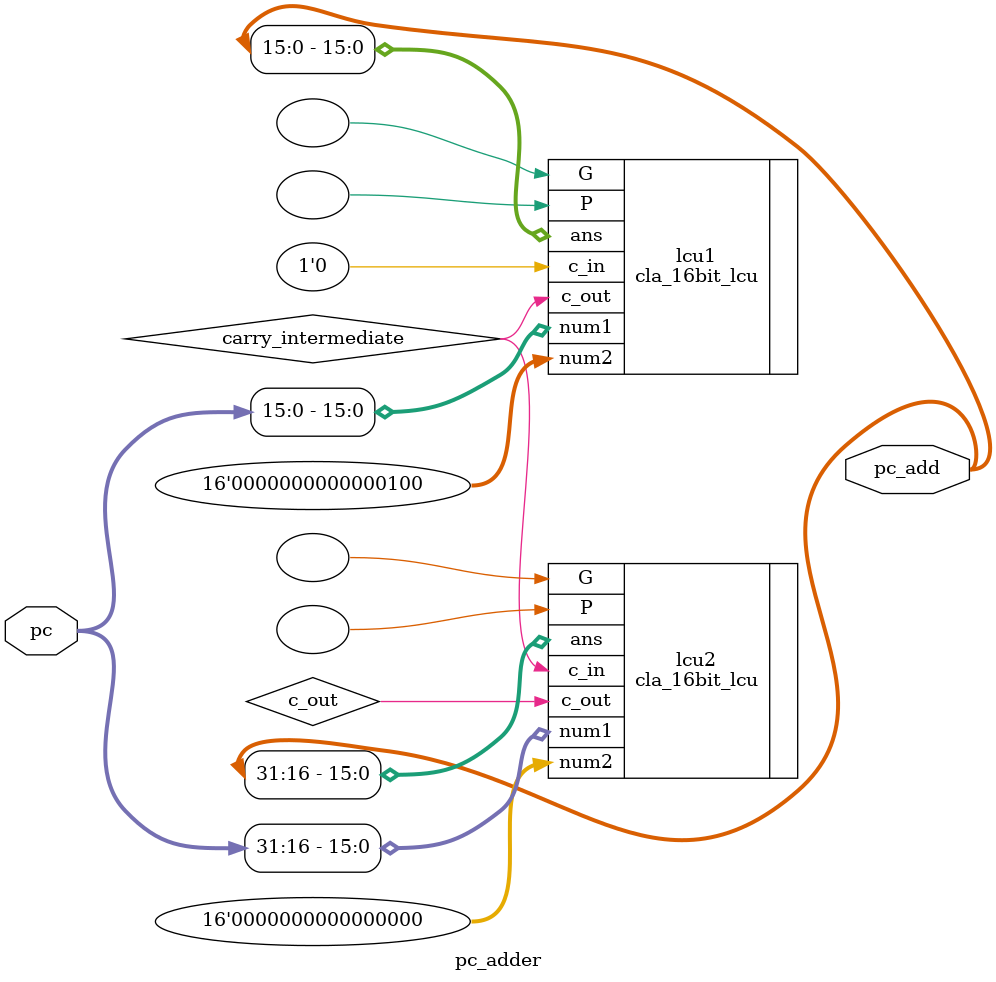
<source format=v>
`timescale 1ns / 1ps
module pc_adder(
	input [31:0] pc,
	output [31:0] pc_add
    );

	wire carry_intermediate, c_out;
	cla_16bit_lcu lcu1(.num1(pc[15:0]), .num2(16'd4), .c_in(1'b0), .ans(pc_add[15:0]), .c_out(carry_intermediate), .P(), .G());
	cla_16bit_lcu lcu2(.num1(pc[31:16]), .num2(16'd0), .c_in(carry_intermediate), .ans(pc_add[31:16]), .c_out(c_out), .P(), .G());
endmodule

</source>
